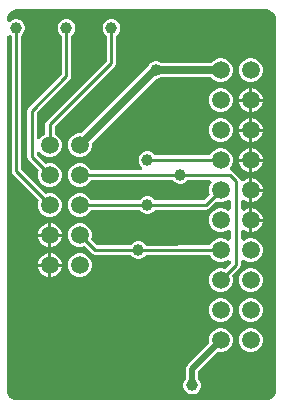
<source format=gtl>
G04*
G04 #@! TF.GenerationSoftware,Altium Limited,Altium Designer,23.0.1 (38)*
G04*
G04 Layer_Physical_Order=1*
G04 Layer_Color=255*
%FSLAX43Y43*%
%MOMM*%
G71*
G04*
G04 #@! TF.SameCoordinates,389A4634-ECA2-436D-B02D-3AC99B3800AC*
G04*
G04*
G04 #@! TF.FilePolarity,Positive*
G04*
G01*
G75*
%ADD11C,0.254*%
%ADD12C,1.000*%
%ADD15C,0.500*%
%ADD16C,0.700*%
%ADD17C,1.500*%
%ADD18C,0.600*%
G36*
X48003Y58826D02*
X48160Y58761D01*
X48302Y58667D01*
X48422Y58547D01*
X48516Y58406D01*
X48581Y58249D01*
X48614Y58082D01*
Y57997D01*
Y26628D01*
Y26543D01*
X48581Y26376D01*
X48516Y26219D01*
X48422Y26078D01*
X48302Y25958D01*
X48160Y25864D01*
X48003Y25799D01*
X47837Y25765D01*
X26585D01*
X26419Y25799D01*
X26262Y25864D01*
X26120Y25958D01*
X26000Y26078D01*
X25906Y26219D01*
X25841Y26376D01*
X25808Y26543D01*
Y26628D01*
Y56616D01*
X26044Y56711D01*
X26218Y56580D01*
Y45148D01*
X26248Y45000D01*
X26332Y44874D01*
X28528Y42677D01*
X28460Y42423D01*
Y42159D01*
X28528Y41903D01*
X28661Y41675D01*
X28848Y41488D01*
X29076Y41355D01*
X29332Y41287D01*
X29596D01*
X29852Y41355D01*
X30080Y41488D01*
X30267Y41675D01*
X30400Y41903D01*
X30468Y42159D01*
Y42423D01*
X30400Y42679D01*
X30267Y42907D01*
X30080Y43094D01*
X29852Y43227D01*
X29596Y43295D01*
X29332D01*
X29078Y43227D01*
X26995Y45309D01*
Y56631D01*
X27069Y56674D01*
X27210Y56814D01*
X27309Y56986D01*
X27361Y57178D01*
Y57376D01*
X27309Y57568D01*
X27210Y57740D01*
X27069Y57880D01*
X26898Y57980D01*
X26706Y58031D01*
X26507D01*
X26315Y57980D01*
X26144Y57880D01*
X26062Y57799D01*
X25818Y57878D01*
X25808Y57886D01*
Y58082D01*
X25841Y58249D01*
X25906Y58406D01*
X26000Y58547D01*
X26120Y58667D01*
X26262Y58761D01*
X26418Y58826D01*
X26585Y58860D01*
X47837D01*
X48003Y58826D01*
D02*
G37*
%LPC*%
G36*
X44074Y54725D02*
X43810D01*
X43554Y54657D01*
X43325Y54525D01*
X43139Y54338D01*
X43138Y54337D01*
X38883D01*
X38733Y54424D01*
X38541Y54475D01*
X38343D01*
X38151Y54424D01*
X37979Y54325D01*
X37839Y54184D01*
X37740Y54012D01*
X37727Y53965D01*
X32137Y48375D01*
X32136Y48375D01*
X31872D01*
X31616Y48307D01*
X31388Y48174D01*
X31201Y47987D01*
X31068Y47759D01*
X31000Y47503D01*
Y47239D01*
X31068Y46983D01*
X31201Y46755D01*
X31388Y46568D01*
X31616Y46435D01*
X31872Y46367D01*
X32136D01*
X32392Y46435D01*
X32620Y46568D01*
X32807Y46755D01*
X32940Y46983D01*
X33008Y47239D01*
Y47503D01*
X33008Y47504D01*
X38471Y52967D01*
X38541D01*
X38733Y53019D01*
X38883Y53106D01*
X43138D01*
X43139Y53105D01*
X43325Y52918D01*
X43554Y52786D01*
X43810Y52717D01*
X44074D01*
X44329Y52786D01*
X44558Y52918D01*
X44745Y53105D01*
X44878Y53334D01*
X44946Y53589D01*
Y53854D01*
X44878Y54109D01*
X44745Y54338D01*
X44558Y54525D01*
X44329Y54657D01*
X44074Y54725D01*
D02*
G37*
G36*
X46614D02*
X46350D01*
X46094Y54657D01*
X45865Y54525D01*
X45679Y54338D01*
X45546Y54109D01*
X45478Y53854D01*
Y53589D01*
X45546Y53334D01*
X45679Y53105D01*
X45865Y52918D01*
X46094Y52786D01*
X46350Y52717D01*
X46614D01*
X46869Y52786D01*
X47098Y52918D01*
X47285Y53105D01*
X47418Y53334D01*
X47486Y53589D01*
Y53854D01*
X47418Y54109D01*
X47285Y54338D01*
X47098Y54525D01*
X46869Y54657D01*
X46614Y54725D01*
D02*
G37*
G36*
Y52185D02*
X46609D01*
Y51308D01*
X47486D01*
Y51314D01*
X47418Y51569D01*
X47285Y51798D01*
X47098Y51985D01*
X46869Y52117D01*
X46614Y52185D01*
D02*
G37*
G36*
X46355D02*
X46350D01*
X46094Y52117D01*
X45865Y51985D01*
X45679Y51798D01*
X45546Y51569D01*
X45478Y51314D01*
Y51308D01*
X46355D01*
Y52185D01*
D02*
G37*
G36*
X47486Y51054D02*
X46609D01*
Y50177D01*
X46614D01*
X46869Y50246D01*
X47098Y50378D01*
X47285Y50565D01*
X47418Y50794D01*
X47486Y51049D01*
Y51054D01*
D02*
G37*
G36*
X46355D02*
X45478D01*
Y51049D01*
X45546Y50794D01*
X45679Y50565D01*
X45865Y50378D01*
X46094Y50246D01*
X46350Y50177D01*
X46355D01*
Y51054D01*
D02*
G37*
G36*
X44074Y52185D02*
X43810D01*
X43554Y52117D01*
X43325Y51985D01*
X43139Y51798D01*
X43006Y51569D01*
X42938Y51314D01*
Y51049D01*
X43006Y50794D01*
X43139Y50565D01*
X43325Y50378D01*
X43554Y50246D01*
X43810Y50177D01*
X44074D01*
X44329Y50246D01*
X44558Y50378D01*
X44745Y50565D01*
X44878Y50794D01*
X44946Y51049D01*
Y51314D01*
X44878Y51569D01*
X44745Y51798D01*
X44558Y51985D01*
X44329Y52117D01*
X44074Y52185D01*
D02*
G37*
G36*
X46614Y49645D02*
X46609D01*
Y48768D01*
X47486D01*
Y48774D01*
X47418Y49029D01*
X47285Y49258D01*
X47098Y49445D01*
X46869Y49577D01*
X46614Y49645D01*
D02*
G37*
G36*
X46355D02*
X46350D01*
X46094Y49577D01*
X45865Y49445D01*
X45679Y49258D01*
X45546Y49029D01*
X45478Y48774D01*
Y48768D01*
X46355D01*
Y49645D01*
D02*
G37*
G36*
X34770Y58031D02*
X34572D01*
X34380Y57980D01*
X34208Y57880D01*
X34068Y57740D01*
X33968Y57568D01*
X33917Y57376D01*
Y57178D01*
X33968Y56986D01*
X34068Y56814D01*
X34208Y56674D01*
X34283Y56631D01*
Y54517D01*
X29189Y49424D01*
X29105Y49298D01*
X29076Y49149D01*
Y48306D01*
X28848Y48174D01*
X28661Y47987D01*
X28582Y47852D01*
X28328Y47920D01*
Y50131D01*
X31136Y52938D01*
X31220Y53064D01*
X31249Y53213D01*
Y56631D01*
X31324Y56674D01*
X31464Y56814D01*
X31564Y56986D01*
X31615Y57178D01*
Y57376D01*
X31564Y57568D01*
X31464Y57740D01*
X31324Y57880D01*
X31152Y57980D01*
X30960Y58031D01*
X30762D01*
X30570Y57980D01*
X30398Y57880D01*
X30258Y57740D01*
X30158Y57568D01*
X30107Y57376D01*
Y57178D01*
X30158Y56986D01*
X30258Y56814D01*
X30398Y56674D01*
X30473Y56631D01*
Y53374D01*
X27665Y50567D01*
X27581Y50441D01*
X27552Y50292D01*
Y46355D01*
X27581Y46206D01*
X27665Y46080D01*
X28528Y45217D01*
X28460Y44963D01*
Y44699D01*
X28528Y44443D01*
X28661Y44215D01*
X28848Y44028D01*
X29076Y43895D01*
X29332Y43827D01*
X29596D01*
X29852Y43895D01*
X30080Y44028D01*
X30267Y44215D01*
X30400Y44443D01*
X30468Y44699D01*
Y44963D01*
X30400Y45219D01*
X30267Y45447D01*
X30080Y45634D01*
X29852Y45767D01*
X29596Y45835D01*
X29332D01*
X29078Y45767D01*
X28328Y46516D01*
Y46822D01*
X28582Y46890D01*
X28661Y46755D01*
X28848Y46568D01*
X29076Y46435D01*
X29332Y46367D01*
X29596D01*
X29852Y46435D01*
X30080Y46568D01*
X30267Y46755D01*
X30400Y46983D01*
X30468Y47239D01*
Y47503D01*
X30400Y47759D01*
X30267Y47987D01*
X30080Y48174D01*
X29852Y48306D01*
Y48988D01*
X34946Y54081D01*
X35030Y54207D01*
X35059Y54356D01*
Y56631D01*
X35134Y56674D01*
X35274Y56814D01*
X35374Y56986D01*
X35425Y57178D01*
Y57376D01*
X35374Y57568D01*
X35274Y57740D01*
X35134Y57880D01*
X34962Y57980D01*
X34770Y58031D01*
D02*
G37*
G36*
X47486Y48514D02*
X46609D01*
Y47637D01*
X46614D01*
X46869Y47706D01*
X47098Y47838D01*
X47285Y48025D01*
X47418Y48254D01*
X47486Y48509D01*
Y48514D01*
D02*
G37*
G36*
X46355D02*
X45478D01*
Y48509D01*
X45546Y48254D01*
X45679Y48025D01*
X45865Y47838D01*
X46094Y47706D01*
X46350Y47637D01*
X46355D01*
Y48514D01*
D02*
G37*
G36*
X44074Y49645D02*
X43810D01*
X43554Y49577D01*
X43325Y49445D01*
X43139Y49258D01*
X43006Y49029D01*
X42938Y48774D01*
Y48509D01*
X43006Y48254D01*
X43139Y48025D01*
X43325Y47838D01*
X43554Y47706D01*
X43810Y47637D01*
X44074D01*
X44329Y47706D01*
X44558Y47838D01*
X44745Y48025D01*
X44878Y48254D01*
X44946Y48509D01*
Y48774D01*
X44878Y49029D01*
X44745Y49258D01*
X44558Y49445D01*
X44329Y49577D01*
X44074Y49645D01*
D02*
G37*
G36*
Y47105D02*
X43810D01*
X43554Y47037D01*
X43325Y46905D01*
X43139Y46718D01*
X43007Y46490D01*
X38365D01*
X38322Y46564D01*
X38182Y46704D01*
X38010Y46804D01*
X37818Y46855D01*
X37620D01*
X37428Y46804D01*
X37256Y46704D01*
X37116Y46564D01*
X37016Y46392D01*
X36965Y46200D01*
Y46002D01*
X37016Y45810D01*
X37116Y45638D01*
X37256Y45498D01*
X37298Y45473D01*
X37230Y45219D01*
X32939D01*
X32807Y45447D01*
X32620Y45634D01*
X32392Y45767D01*
X32136Y45835D01*
X31872D01*
X31616Y45767D01*
X31388Y45634D01*
X31201Y45447D01*
X31068Y45219D01*
X31000Y44963D01*
Y44699D01*
X31068Y44443D01*
X31201Y44215D01*
X31388Y44028D01*
X31616Y43895D01*
X31872Y43827D01*
X32136D01*
X32392Y43895D01*
X32620Y44028D01*
X32807Y44215D01*
X32939Y44443D01*
X39860D01*
X39903Y44368D01*
X40043Y44228D01*
X40215Y44128D01*
X40407Y44077D01*
X40606D01*
X40797Y44128D01*
X40969Y44228D01*
X41110Y44368D01*
X41153Y44443D01*
X43044D01*
X43149Y44189D01*
X43139Y44178D01*
X43006Y43949D01*
X42938Y43694D01*
Y43429D01*
X43006Y43175D01*
X42511Y42679D01*
X38364D01*
X38321Y42754D01*
X38180Y42894D01*
X38008Y42994D01*
X37817Y43045D01*
X37618D01*
X37426Y42994D01*
X37254Y42894D01*
X37114Y42754D01*
X37071Y42679D01*
X32939D01*
X32807Y42907D01*
X32620Y43094D01*
X32392Y43227D01*
X32136Y43295D01*
X31872D01*
X31616Y43227D01*
X31388Y43094D01*
X31201Y42907D01*
X31068Y42679D01*
X31000Y42423D01*
Y42159D01*
X31068Y41903D01*
X31201Y41675D01*
X31388Y41488D01*
X31616Y41355D01*
X31872Y41287D01*
X32136D01*
X32392Y41355D01*
X32620Y41488D01*
X32807Y41675D01*
X32939Y41903D01*
X37071D01*
X37114Y41828D01*
X37254Y41688D01*
X37426Y41588D01*
X37618Y41537D01*
X37817D01*
X38008Y41588D01*
X38180Y41688D01*
X38321Y41828D01*
X38364Y41903D01*
X42672D01*
X42820Y41932D01*
X42946Y42016D01*
X43555Y42626D01*
X43810Y42557D01*
X44074D01*
X44329Y42626D01*
X44558Y42758D01*
X44570Y42769D01*
X44824Y42664D01*
Y41919D01*
X44570Y41814D01*
X44558Y41825D01*
X44329Y41957D01*
X44074Y42025D01*
X43810D01*
X43554Y41957D01*
X43325Y41825D01*
X43139Y41638D01*
X43006Y41409D01*
X42938Y41154D01*
Y40889D01*
X43006Y40634D01*
X43139Y40405D01*
X43325Y40218D01*
X43554Y40086D01*
X43810Y40017D01*
X44074D01*
X44329Y40086D01*
X44558Y40218D01*
X44570Y40229D01*
X44824Y40124D01*
Y39379D01*
X44570Y39274D01*
X44558Y39285D01*
X44329Y39417D01*
X44074Y39485D01*
X43810D01*
X43554Y39417D01*
X43325Y39285D01*
X43139Y39098D01*
X43007Y38870D01*
X40338D01*
X40296Y38861D01*
X37603D01*
X37560Y38936D01*
X37420Y39076D01*
X37248Y39176D01*
X37056Y39227D01*
X36858D01*
X36666Y39176D01*
X36494Y39076D01*
X36354Y38936D01*
X36315Y38870D01*
X33434D01*
X32940Y39365D01*
X33008Y39619D01*
Y39883D01*
X32940Y40139D01*
X32807Y40367D01*
X32620Y40554D01*
X32392Y40687D01*
X32136Y40755D01*
X31872D01*
X31616Y40687D01*
X31388Y40554D01*
X31201Y40367D01*
X31068Y40139D01*
X31000Y39883D01*
Y39619D01*
X31068Y39363D01*
X31201Y39135D01*
X31388Y38948D01*
X31616Y38815D01*
X31872Y38747D01*
X32136D01*
X32390Y38815D01*
X32999Y38207D01*
X33125Y38123D01*
X33274Y38093D01*
X36306D01*
X36354Y38010D01*
X36494Y37870D01*
X36666Y37770D01*
X36858Y37719D01*
X37056D01*
X37248Y37770D01*
X37420Y37870D01*
X37560Y38010D01*
X37603Y38085D01*
X40330D01*
X40372Y38093D01*
X43007D01*
X43139Y37865D01*
X43325Y37678D01*
X43554Y37546D01*
X43810Y37477D01*
X44074D01*
X44329Y37546D01*
X44547Y37672D01*
X44747Y37587D01*
X44776Y37574D01*
X44800Y37349D01*
X44328Y36877D01*
X44074Y36945D01*
X43810D01*
X43554Y36877D01*
X43325Y36745D01*
X43139Y36558D01*
X43006Y36329D01*
X42938Y36074D01*
Y35809D01*
X43006Y35554D01*
X43139Y35325D01*
X43325Y35138D01*
X43554Y35006D01*
X43810Y34937D01*
X44074D01*
X44329Y35006D01*
X44558Y35138D01*
X44745Y35325D01*
X44878Y35554D01*
X44946Y35809D01*
Y36074D01*
X44878Y36328D01*
X45487Y36937D01*
X45571Y37063D01*
X45600Y37211D01*
Y37584D01*
X45854Y37689D01*
X45865Y37678D01*
X46094Y37546D01*
X46350Y37477D01*
X46614D01*
X46869Y37546D01*
X47098Y37678D01*
X47285Y37865D01*
X47418Y38094D01*
X47486Y38349D01*
Y38614D01*
X47418Y38869D01*
X47285Y39098D01*
X47098Y39285D01*
X46869Y39417D01*
X46614Y39485D01*
X46350D01*
X46094Y39417D01*
X45865Y39285D01*
X45854Y39274D01*
X45600Y39379D01*
Y40124D01*
X45854Y40229D01*
X45865Y40218D01*
X46094Y40086D01*
X46350Y40017D01*
X46355D01*
Y41021D01*
Y42025D01*
X46350D01*
X46094Y41957D01*
X45865Y41825D01*
X45854Y41814D01*
X45600Y41919D01*
Y42664D01*
X45854Y42769D01*
X45865Y42758D01*
X46094Y42626D01*
X46350Y42557D01*
X46355D01*
Y43561D01*
Y44565D01*
X46350D01*
X46094Y44497D01*
X45865Y44365D01*
X45845Y44345D01*
X45840Y44344D01*
X45578Y44436D01*
X45571Y44472D01*
X45487Y44598D01*
X44979Y45106D01*
X44853Y45190D01*
X44817Y45197D01*
X44725Y45458D01*
X44725Y45465D01*
X44745Y45485D01*
X44878Y45714D01*
X44946Y45969D01*
Y46234D01*
X44878Y46489D01*
X44745Y46718D01*
X44558Y46905D01*
X44329Y47037D01*
X44074Y47105D01*
D02*
G37*
G36*
X46614D02*
X46609D01*
Y46228D01*
X47486D01*
Y46234D01*
X47418Y46489D01*
X47285Y46718D01*
X47098Y46905D01*
X46869Y47037D01*
X46614Y47105D01*
D02*
G37*
G36*
X46355D02*
X46350D01*
X46094Y47037D01*
X45865Y46905D01*
X45679Y46718D01*
X45546Y46489D01*
X45478Y46234D01*
Y46228D01*
X46355D01*
Y47105D01*
D02*
G37*
G36*
X47486Y45974D02*
X46609D01*
Y45097D01*
X46614D01*
X46869Y45166D01*
X47098Y45298D01*
X47285Y45485D01*
X47418Y45714D01*
X47486Y45969D01*
Y45974D01*
D02*
G37*
G36*
X46355D02*
X45478D01*
Y45969D01*
X45546Y45714D01*
X45679Y45485D01*
X45865Y45298D01*
X46094Y45166D01*
X46350Y45097D01*
X46355D01*
Y45974D01*
D02*
G37*
G36*
X46614Y44565D02*
X46609D01*
Y43688D01*
X47486D01*
Y43694D01*
X47418Y43949D01*
X47285Y44178D01*
X47098Y44365D01*
X46869Y44497D01*
X46614Y44565D01*
D02*
G37*
G36*
X47486Y43434D02*
X46609D01*
Y42557D01*
X46614D01*
X46869Y42626D01*
X47098Y42758D01*
X47285Y42945D01*
X47418Y43174D01*
X47486Y43429D01*
Y43434D01*
D02*
G37*
G36*
X46614Y42025D02*
X46609D01*
Y41148D01*
X47486D01*
Y41154D01*
X47418Y41409D01*
X47285Y41638D01*
X47098Y41825D01*
X46869Y41957D01*
X46614Y42025D01*
D02*
G37*
G36*
X47486Y40894D02*
X46609D01*
Y40017D01*
X46614D01*
X46869Y40086D01*
X47098Y40218D01*
X47285Y40405D01*
X47418Y40634D01*
X47486Y40889D01*
Y40894D01*
D02*
G37*
G36*
X29596Y40755D02*
X29591D01*
Y39878D01*
X30468D01*
Y39883D01*
X30400Y40139D01*
X30267Y40367D01*
X30080Y40554D01*
X29852Y40687D01*
X29596Y40755D01*
D02*
G37*
G36*
X29337D02*
X29332D01*
X29076Y40687D01*
X28848Y40554D01*
X28661Y40367D01*
X28528Y40139D01*
X28460Y39883D01*
Y39878D01*
X29337D01*
Y40755D01*
D02*
G37*
G36*
X30468Y39624D02*
X29591D01*
Y38747D01*
X29596D01*
X29852Y38815D01*
X30080Y38948D01*
X30267Y39135D01*
X30400Y39363D01*
X30468Y39619D01*
Y39624D01*
D02*
G37*
G36*
X29337D02*
X28460D01*
Y39619D01*
X28528Y39363D01*
X28661Y39135D01*
X28848Y38948D01*
X29076Y38815D01*
X29332Y38747D01*
X29337D01*
Y39624D01*
D02*
G37*
G36*
X29596Y38215D02*
X29591D01*
Y37338D01*
X30468D01*
Y37343D01*
X30400Y37599D01*
X30267Y37827D01*
X30080Y38014D01*
X29852Y38147D01*
X29596Y38215D01*
D02*
G37*
G36*
X29337D02*
X29332D01*
X29076Y38147D01*
X28848Y38014D01*
X28661Y37827D01*
X28528Y37599D01*
X28460Y37343D01*
Y37338D01*
X29337D01*
Y38215D01*
D02*
G37*
G36*
X32136D02*
X31872D01*
X31616Y38147D01*
X31388Y38014D01*
X31201Y37827D01*
X31068Y37599D01*
X31000Y37343D01*
Y37079D01*
X31068Y36823D01*
X31201Y36595D01*
X31388Y36408D01*
X31616Y36275D01*
X31872Y36207D01*
X32136D01*
X32392Y36275D01*
X32620Y36408D01*
X32807Y36595D01*
X32940Y36823D01*
X33008Y37079D01*
Y37343D01*
X32940Y37599D01*
X32807Y37827D01*
X32620Y38014D01*
X32392Y38147D01*
X32136Y38215D01*
D02*
G37*
G36*
X30468Y37084D02*
X29591D01*
Y36207D01*
X29596D01*
X29852Y36275D01*
X30080Y36408D01*
X30267Y36595D01*
X30400Y36823D01*
X30468Y37079D01*
Y37084D01*
D02*
G37*
G36*
X29337D02*
X28460D01*
Y37079D01*
X28528Y36823D01*
X28661Y36595D01*
X28848Y36408D01*
X29076Y36275D01*
X29332Y36207D01*
X29337D01*
Y37084D01*
D02*
G37*
G36*
X46614Y36945D02*
X46350D01*
X46094Y36877D01*
X45865Y36745D01*
X45679Y36558D01*
X45546Y36329D01*
X45478Y36074D01*
Y35809D01*
X45546Y35554D01*
X45679Y35325D01*
X45865Y35138D01*
X46094Y35006D01*
X46350Y34937D01*
X46614D01*
X46869Y35006D01*
X47098Y35138D01*
X47285Y35325D01*
X47418Y35554D01*
X47486Y35809D01*
Y36074D01*
X47418Y36329D01*
X47285Y36558D01*
X47098Y36745D01*
X46869Y36877D01*
X46614Y36945D01*
D02*
G37*
G36*
Y34405D02*
X46350D01*
X46094Y34337D01*
X45865Y34205D01*
X45679Y34018D01*
X45546Y33789D01*
X45478Y33534D01*
Y33269D01*
X45546Y33014D01*
X45679Y32785D01*
X45865Y32598D01*
X46094Y32466D01*
X46350Y32397D01*
X46614D01*
X46869Y32466D01*
X47098Y32598D01*
X47285Y32785D01*
X47418Y33014D01*
X47486Y33269D01*
Y33534D01*
X47418Y33789D01*
X47285Y34018D01*
X47098Y34205D01*
X46869Y34337D01*
X46614Y34405D01*
D02*
G37*
G36*
X44074D02*
X43810D01*
X43554Y34337D01*
X43325Y34205D01*
X43139Y34018D01*
X43006Y33789D01*
X42938Y33534D01*
Y33269D01*
X43006Y33014D01*
X43139Y32785D01*
X43325Y32598D01*
X43554Y32466D01*
X43810Y32397D01*
X44074D01*
X44329Y32466D01*
X44558Y32598D01*
X44745Y32785D01*
X44878Y33014D01*
X44946Y33269D01*
Y33534D01*
X44878Y33789D01*
X44745Y34018D01*
X44558Y34205D01*
X44329Y34337D01*
X44074Y34405D01*
D02*
G37*
G36*
X46614Y31865D02*
X46350D01*
X46094Y31797D01*
X45865Y31665D01*
X45679Y31478D01*
X45546Y31249D01*
X45478Y30994D01*
Y30729D01*
X45546Y30474D01*
X45679Y30245D01*
X45865Y30058D01*
X46094Y29926D01*
X46350Y29857D01*
X46614D01*
X46869Y29926D01*
X47098Y30058D01*
X47285Y30245D01*
X47418Y30474D01*
X47486Y30729D01*
Y30994D01*
X47418Y31249D01*
X47285Y31478D01*
X47098Y31665D01*
X46869Y31797D01*
X46614Y31865D01*
D02*
G37*
G36*
X44074D02*
X43810D01*
X43554Y31797D01*
X43325Y31665D01*
X43139Y31478D01*
X43006Y31249D01*
X42938Y30994D01*
Y30729D01*
X42969Y30615D01*
X41138Y28784D01*
X41027Y28618D01*
X40988Y28421D01*
Y27576D01*
X40898Y27487D01*
X40799Y27315D01*
X40748Y27123D01*
Y26924D01*
X40799Y26733D01*
X40898Y26561D01*
X41039Y26420D01*
X41211Y26321D01*
X41402Y26270D01*
X41601D01*
X41793Y26321D01*
X41965Y26420D01*
X42105Y26561D01*
X42204Y26733D01*
X42256Y26924D01*
Y27123D01*
X42204Y27315D01*
X42105Y27487D01*
X42015Y27576D01*
Y28208D01*
X43695Y29888D01*
X43810Y29857D01*
X44074D01*
X44329Y29926D01*
X44558Y30058D01*
X44745Y30245D01*
X44878Y30474D01*
X44946Y30729D01*
Y30994D01*
X44878Y31249D01*
X44745Y31478D01*
X44558Y31665D01*
X44329Y31797D01*
X44074Y31865D01*
D02*
G37*
%LPD*%
D11*
X33274Y38481D02*
X36949D01*
X36957Y38473D01*
X32004Y39751D02*
X33274Y38481D01*
X36957Y38473D02*
X40330D01*
X40338Y38481D01*
X43942D01*
X29464Y47371D02*
Y49149D01*
X34671Y54356D01*
Y57277D01*
X26607Y45148D02*
X29464Y42291D01*
X26607Y45148D02*
Y57277D01*
X27940Y50292D02*
X30861Y53213D01*
Y57277D01*
X27940Y46355D02*
Y50292D01*
Y46355D02*
X29464Y44831D01*
X45212Y37211D02*
Y44323D01*
X44704Y44831D02*
X45212Y44323D01*
X43942Y35941D02*
X45212Y37211D01*
X32004Y44831D02*
X44704D01*
X37719Y46101D02*
X37719Y46101D01*
X43942D01*
X32004Y42291D02*
X42672D01*
X43942Y43561D01*
D12*
X26607Y57277D02*
D03*
X34671D02*
D03*
X37717Y42291D02*
D03*
X38442Y53721D02*
D03*
X38381Y57250D02*
D03*
X36957Y38473D02*
D03*
X30861Y57277D02*
D03*
X37719Y46101D02*
D03*
X40506Y44831D02*
D03*
X41502Y27024D02*
D03*
D15*
Y28421D01*
X43942Y30861D01*
D16*
X38354Y53721D02*
X43942D01*
X32004Y47371D02*
X38354Y53721D01*
D17*
X32004Y37211D02*
D03*
X29464D02*
D03*
X32004Y39751D02*
D03*
X29464D02*
D03*
X32004Y42291D02*
D03*
X29464D02*
D03*
X32004Y44831D02*
D03*
X29464D02*
D03*
X32004Y47371D02*
D03*
X29464D02*
D03*
X46482Y35941D02*
D03*
Y53721D02*
D03*
X43942D02*
D03*
X46482Y51181D02*
D03*
X43942D02*
D03*
X46482Y48641D02*
D03*
X43942D02*
D03*
X46482Y46101D02*
D03*
X43942D02*
D03*
X46482Y43561D02*
D03*
X43942D02*
D03*
X46482Y41021D02*
D03*
X43942D02*
D03*
X46482Y38481D02*
D03*
X43942D02*
D03*
Y35941D02*
D03*
X46482Y33401D02*
D03*
X43942D02*
D03*
X46482Y30861D02*
D03*
X43942D02*
D03*
D18*
X26607Y57277D02*
D03*
X30861D02*
D03*
X34671D02*
D03*
X46000Y56000D02*
D03*
Y28000D02*
D03*
X44000Y56000D02*
D03*
X45000Y50000D02*
D03*
Y30000D02*
D03*
X44000Y28000D02*
D03*
X42000Y56000D02*
D03*
Y52000D02*
D03*
X43000Y50000D02*
D03*
X42000Y48000D02*
D03*
Y44000D02*
D03*
Y40000D02*
D03*
Y36000D02*
D03*
Y32000D02*
D03*
X40000Y56000D02*
D03*
Y52000D02*
D03*
X41000Y50000D02*
D03*
X40000Y48000D02*
D03*
Y40000D02*
D03*
Y36000D02*
D03*
X41000Y34000D02*
D03*
X40000Y32000D02*
D03*
X41000Y30000D02*
D03*
X40000Y28000D02*
D03*
X38000Y56000D02*
D03*
Y52000D02*
D03*
X39000Y50000D02*
D03*
X38000Y48000D02*
D03*
Y44000D02*
D03*
Y40000D02*
D03*
Y36000D02*
D03*
X39000Y34000D02*
D03*
X38000Y32000D02*
D03*
X39000Y30000D02*
D03*
X38000Y28000D02*
D03*
X36000Y56000D02*
D03*
X37000Y54000D02*
D03*
Y50000D02*
D03*
X36000Y48000D02*
D03*
Y40000D02*
D03*
Y36000D02*
D03*
X37000Y34000D02*
D03*
X36000Y32000D02*
D03*
X37000Y30000D02*
D03*
X36000Y28000D02*
D03*
X34000Y52000D02*
D03*
Y48000D02*
D03*
X35000Y46000D02*
D03*
X34000Y44000D02*
D03*
Y36000D02*
D03*
X35000Y34000D02*
D03*
X34000Y32000D02*
D03*
X35000Y30000D02*
D03*
X34000Y28000D02*
D03*
X32000Y56000D02*
D03*
X33000Y54000D02*
D03*
Y50000D02*
D03*
Y46000D02*
D03*
Y34000D02*
D03*
X32000Y32000D02*
D03*
X33000Y30000D02*
D03*
X32000Y28000D02*
D03*
X30000Y56000D02*
D03*
X31000Y46000D02*
D03*
X30000Y36000D02*
D03*
X31000Y34000D02*
D03*
X30000Y32000D02*
D03*
X31000Y30000D02*
D03*
X30000Y28000D02*
D03*
X28000Y56000D02*
D03*
X29000Y54000D02*
D03*
X28000Y52000D02*
D03*
X29000Y50000D02*
D03*
X28000Y40000D02*
D03*
Y36000D02*
D03*
X29000Y34000D02*
D03*
X28000Y32000D02*
D03*
X29000Y30000D02*
D03*
X28000Y28000D02*
D03*
X38381Y57250D02*
D03*
X36957Y38473D02*
D03*
X37717Y42291D02*
D03*
X40506Y44831D02*
D03*
X38442Y53721D02*
D03*
X41502Y27024D02*
D03*
X37719Y46101D02*
D03*
M02*

</source>
